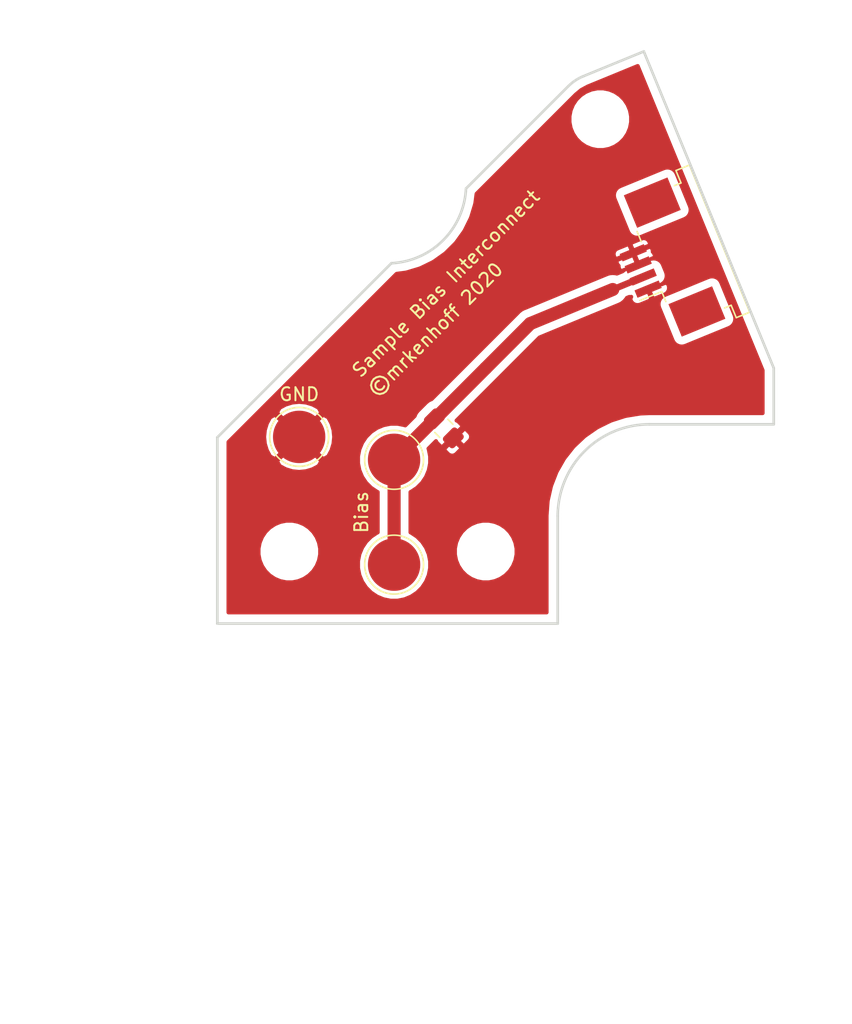
<source format=kicad_pcb>
(kicad_pcb (version 20171130) (host pcbnew 5.1.6)

  (general
    (thickness 1.6)
    (drawings 30)
    (tracks 5)
    (zones 0)
    (modules 8)
    (nets 4)
  )

  (page A4)
  (layers
    (0 F.Cu signal)
    (31 B.Cu signal)
    (32 B.Adhes user)
    (33 F.Adhes user)
    (34 B.Paste user)
    (35 F.Paste user)
    (36 B.SilkS user)
    (37 F.SilkS user)
    (38 B.Mask user)
    (39 F.Mask user)
    (40 Dwgs.User user)
    (41 Cmts.User user)
    (42 Eco1.User user)
    (43 Eco2.User user)
    (44 Edge.Cuts user)
    (45 Margin user)
    (46 B.CrtYd user)
    (47 F.CrtYd user)
    (48 B.Fab user)
    (49 F.Fab user)
  )

  (setup
    (last_trace_width 1)
    (user_trace_width 0.5)
    (user_trace_width 1)
    (trace_clearance 0.2)
    (zone_clearance 0.6)
    (zone_45_only no)
    (trace_min 0.2)
    (via_size 0.8)
    (via_drill 0.4)
    (via_min_size 0.4)
    (via_min_drill 0.3)
    (uvia_size 0.3)
    (uvia_drill 0.1)
    (uvias_allowed no)
    (uvia_min_size 0.2)
    (uvia_min_drill 0.1)
    (edge_width 0.05)
    (segment_width 0.2)
    (pcb_text_width 0.3)
    (pcb_text_size 1.5 1.5)
    (mod_edge_width 0.12)
    (mod_text_size 1 1)
    (mod_text_width 0.15)
    (pad_size 1.15 1.4)
    (pad_drill 0)
    (pad_to_mask_clearance 0.05)
    (aux_axis_origin 142 97)
    (visible_elements FFFFFF7F)
    (pcbplotparams
      (layerselection 0x010a8_7fffffff)
      (usegerberextensions false)
      (usegerberattributes true)
      (usegerberadvancedattributes true)
      (creategerberjobfile true)
      (excludeedgelayer false)
      (linewidth 0.100000)
      (plotframeref false)
      (viasonmask false)
      (mode 1)
      (useauxorigin false)
      (hpglpennumber 1)
      (hpglpenspeed 20)
      (hpglpendiameter 15.000000)
      (psnegative false)
      (psa4output false)
      (plotreference true)
      (plotvalue false)
      (plotinvisibletext false)
      (padsonsilk false)
      (subtractmaskfromsilk false)
      (outputformat 1)
      (mirror false)
      (drillshape 0)
      (scaleselection 1)
      (outputdirectory "gerber"))
  )

  (net 0 "")
  (net 1 "Net-(J1-PadMP)")
  (net 2 /gnd)
  (net 3 /bias)

  (net_class Default "This is the default net class."
    (clearance 0.2)
    (trace_width 0.25)
    (via_dia 0.8)
    (via_drill 0.4)
    (uvia_dia 0.3)
    (uvia_drill 0.1)
    (add_net /bias)
    (add_net /gnd)
    (add_net "Net-(J1-PadMP)")
  )

  (module TestPoint:TestPoint_Pad_D4.0mm (layer F.Cu) (tedit 5A0F774F) (tstamp 5F3B94CD)
    (at 142.75 88.25)
    (descr "SMD pad as test Point, diameter 4.0mm")
    (tags "test point SMD pad")
    (path /5F3B98E1)
    (zone_connect 1)
    (attr virtual)
    (fp_text reference TP3 (at 0 -2.898) (layer F.SilkS) hide
      (effects (font (size 1 1) (thickness 0.15)))
    )
    (fp_text value TestPoint (at 0 3.1) (layer F.Fab)
      (effects (font (size 1 1) (thickness 0.15)))
    )
    (fp_text user %R (at 0 -2.9) (layer F.Fab)
      (effects (font (size 1 1) (thickness 0.15)))
    )
    (fp_circle (center 0 0) (end 2.5 0) (layer F.CrtYd) (width 0.05))
    (fp_circle (center 0 0) (end 0 2.25) (layer F.SilkS) (width 0.12))
    (pad 1 smd circle (at 0 0) (size 4 4) (layers F.Cu F.Mask)
      (net 2 /gnd) (zone_connect 1))
  )

  (module STM_Custom_Lib:3mm-mechanical locked (layer F.Cu) (tedit 5F3B8626) (tstamp 5F3B92F1)
    (at 157 97)
    (fp_text reference REF** (at 0 0.5) (layer F.SilkS) hide
      (effects (font (size 1 1) (thickness 0.15)))
    )
    (fp_text value 3mm-mechanical (at 0 -0.5) (layer F.Fab)
      (effects (font (size 1 1) (thickness 0.15)))
    )
    (pad "" np_thru_hole circle (at 0 0) (size 3.2 3.2) (drill 3.2) (layers *.Cu *.Mask))
  )

  (module STM_Custom_Lib:3mm-mechanical locked (layer F.Cu) (tedit 5F3B8626) (tstamp 5F3B92B3)
    (at 142 97)
    (fp_text reference REF** (at 0 0.5) (layer F.SilkS) hide
      (effects (font (size 1 1) (thickness 0.15)))
    )
    (fp_text value 3mm-mechanical (at 0 -0.5) (layer F.Fab)
      (effects (font (size 1 1) (thickness 0.15)))
    )
    (pad "" np_thru_hole circle (at 0 0) (size 3.2 3.2) (drill 3.2) (layers *.Cu *.Mask))
  )

  (module STM_Custom_Lib:3mm-mechanical locked (layer F.Cu) (tedit 5F3B8626) (tstamp 5F3B9170)
    (at 165.75 64)
    (fp_text reference REF** (at 0 0.5) (layer F.SilkS) hide
      (effects (font (size 1 1) (thickness 0.15)))
    )
    (fp_text value 3mm-mechanical (at 0 -0.5) (layer F.Fab)
      (effects (font (size 1 1) (thickness 0.15)))
    )
    (pad "" np_thru_hole circle (at 0 0) (size 3.2 3.2) (drill 3.2) (layers *.Cu *.Mask))
  )

  (module Resistor_SMD:R_0805_2012Metric_Pad1.15x1.40mm_HandSolder (layer F.Cu) (tedit 5F3AB28E) (tstamp 5F3B1C19)
    (at 153.8 87.6 315)
    (descr "Resistor SMD 0805 (2012 Metric), square (rectangular) end terminal, IPC_7351 nominal with elongated pad for handsoldering. (Body size source: https://docs.google.com/spreadsheets/d/1BsfQQcO9C6DZCsRaXUlFlo91Tg2WpOkGARC1WS5S8t0/edit?usp=sharing), generated with kicad-footprint-generator")
    (tags "resistor handsolder")
    (path /5F3B4A47)
    (attr smd)
    (fp_text reference R1 (at 0 -1.65 135) (layer F.SilkS) hide
      (effects (font (size 1 1) (thickness 0.15)))
    )
    (fp_text value opt (at 0 1.65 135) (layer F.Fab)
      (effects (font (size 1 1) (thickness 0.15)))
    )
    (fp_text user %R (at 0 0 135) (layer F.Fab)
      (effects (font (size 0.5 0.5) (thickness 0.08)))
    )
    (fp_line (start -1 0.6) (end -1 -0.6) (layer F.Fab) (width 0.1))
    (fp_line (start -1 -0.6) (end 1 -0.6) (layer F.Fab) (width 0.1))
    (fp_line (start 1 -0.6) (end 1 0.6) (layer F.Fab) (width 0.1))
    (fp_line (start 1 0.6) (end -1 0.6) (layer F.Fab) (width 0.1))
    (fp_line (start -0.261252 -0.71) (end 0.261252 -0.71) (layer F.SilkS) (width 0.12))
    (fp_line (start -0.261252 0.71) (end 0.261252 0.71) (layer F.SilkS) (width 0.12))
    (fp_line (start -1.85 0.95) (end -1.85 -0.95) (layer F.CrtYd) (width 0.05))
    (fp_line (start -1.85 -0.95) (end 1.85 -0.95) (layer F.CrtYd) (width 0.05))
    (fp_line (start 1.85 -0.95) (end 1.85 0.95) (layer F.CrtYd) (width 0.05))
    (fp_line (start 1.85 0.95) (end -1.85 0.95) (layer F.CrtYd) (width 0.05))
    (pad 2 smd roundrect (at 1.024999 0 315) (size 1.15 1.4) (layers F.Cu F.Paste F.Mask) (roundrect_rratio 0.217)
      (net 2 /gnd) (zone_connect 1) (thermal_width 0.5) (thermal_gap 0.3))
    (pad 1 smd roundrect (at -1.025 0 315) (size 1.15 1.4) (layers F.Cu F.Paste F.Mask) (roundrect_rratio 0.217391)
      (net 3 /bias))
    (model ${KISYS3DMOD}/Resistor_SMD.3dshapes/R_0805_2012Metric.wrl
      (at (xyz 0 0 0))
      (scale (xyz 1 1 1))
      (rotate (xyz 0 0 0))
    )
  )

  (module TestPoint:TestPoint_Pad_D4.0mm (layer F.Cu) (tedit 5A0F774F) (tstamp 5F3B1859)
    (at 150 90)
    (descr "SMD pad as test Point, diameter 4.0mm")
    (tags "test point SMD pad")
    (path /5F3B3928)
    (attr virtual)
    (fp_text reference TP2 (at 0 -2.898) (layer F.SilkS) hide
      (effects (font (size 1 1) (thickness 0.15)))
    )
    (fp_text value TestPoint (at 0 3.1) (layer F.Fab)
      (effects (font (size 1 1) (thickness 0.15)))
    )
    (fp_text user %R (at 0 -2.9) (layer F.Fab)
      (effects (font (size 1 1) (thickness 0.15)))
    )
    (fp_circle (center 0 0) (end 2.5 0) (layer F.CrtYd) (width 0.05))
    (fp_circle (center 0 0) (end 0 2.25) (layer F.SilkS) (width 0.12))
    (pad 1 smd circle (at 0 0) (size 4 4) (layers F.Cu F.Mask)
      (net 3 /bias))
  )

  (module TestPoint:TestPoint_Pad_D4.0mm (layer F.Cu) (tedit 5A0F774F) (tstamp 5F3B151C)
    (at 150 98)
    (descr "SMD pad as test Point, diameter 4.0mm")
    (tags "test point SMD pad")
    (path /5F3B19C0)
    (attr virtual)
    (fp_text reference TP1 (at 0 -2.898) (layer F.SilkS) hide
      (effects (font (size 1 1) (thickness 0.15)))
    )
    (fp_text value TestPoint (at 0 3.1) (layer F.Fab)
      (effects (font (size 1 1) (thickness 0.15)))
    )
    (fp_text user %R (at 0 -2.9) (layer F.Fab)
      (effects (font (size 1 1) (thickness 0.15)))
    )
    (fp_circle (center 0 0) (end 2.5 0) (layer F.CrtYd) (width 0.05))
    (fp_circle (center 0 0) (end 0 2.25) (layer F.SilkS) (width 0.12))
    (pad 1 smd circle (at 0 0) (size 4 4) (layers F.Cu F.Mask)
      (net 3 /bias))
  )

  (module Connector_FFC-FPC:TE_84953-4_1x04-1MP_P1.0mm_Horizontal (layer F.Cu) (tedit 5F3AB114) (tstamp 5F3AAAC3)
    (at 170.5 74.9 112.3)
    (descr "TE FPC connector, 04 top-side contacts, 1.0mm pitch, 1.0mm height, SMT, http://www.te.com/commerce/DocumentDelivery/DDEController?Action=srchrtrv&DocNm=84953&DocType=Customer+Drawing&DocLang=English&DocFormat=pdf&PartCntxt=84953-4")
    (tags "te fpc 84953")
    (path /5F3AB23D)
    (attr smd)
    (fp_text reference J1 (at 0 -4 112.3) (layer F.SilkS) hide
      (effects (font (size 1 1) (thickness 0.15)))
    )
    (fp_text value Conn_01x04_MountingPin (at 0 7.7 112.3) (layer F.Fab)
      (effects (font (size 1 1) (thickness 0.15)))
    )
    (fp_text user %R (at 0 1.9 112.3) (layer F.Fab)
      (effects (font (size 1 1) (thickness 0.15)))
    )
    (fp_line (start -4.935 -0.8) (end 4.935 -0.8) (layer F.Fab) (width 0.1))
    (fp_line (start 4.935 -0.8) (end 4.935 3.71) (layer F.Fab) (width 0.1))
    (fp_line (start 4.935 3.71) (end 5.96 3.71) (layer F.Fab) (width 0.1))
    (fp_line (start 5.96 3.71) (end 5.96 4.6) (layer F.Fab) (width 0.1))
    (fp_line (start 5.96 4.6) (end -5.96 4.6) (layer F.Fab) (width 0.1))
    (fp_line (start -5.96 4.6) (end -5.96 3.71) (layer F.Fab) (width 0.1))
    (fp_line (start -5.96 3.71) (end -4.935 3.71) (layer F.Fab) (width 0.1))
    (fp_line (start -4.935 3.71) (end -4.935 -0.8) (layer F.Fab) (width 0.1))
    (fp_line (start -2 -0.8) (end -1.5 0.2) (layer F.Fab) (width 0.1))
    (fp_line (start -1.5 0.2) (end -1 -0.8) (layer F.Fab) (width 0.1))
    (fp_line (start 4.935 4.6) (end 4.935 5.61) (layer F.Fab) (width 0.1))
    (fp_line (start 4.935 5.61) (end 5.96 5.61) (layer F.Fab) (width 0.1))
    (fp_line (start 5.96 5.61) (end 5.96 6.5) (layer F.Fab) (width 0.1))
    (fp_line (start 5.96 6.5) (end -5.96 6.5) (layer F.Fab) (width 0.1))
    (fp_line (start -5.96 6.5) (end -5.96 5.61) (layer F.Fab) (width 0.1))
    (fp_line (start -5.96 5.61) (end -4.935 5.61) (layer F.Fab) (width 0.1))
    (fp_line (start -4.935 5.61) (end -4.935 4.6) (layer F.Fab) (width 0.1))
    (fp_line (start 5.045 3.06) (end 5.045 3.6) (layer F.SilkS) (width 0.12))
    (fp_line (start 5.045 3.6) (end 6.07 3.6) (layer F.SilkS) (width 0.12))
    (fp_line (start 6.07 3.6) (end 6.07 4.71) (layer F.SilkS) (width 0.12))
    (fp_line (start 6.07 4.71) (end -6.07 4.71) (layer F.SilkS) (width 0.12))
    (fp_line (start -6.07 4.71) (end -6.07 3.6) (layer F.SilkS) (width 0.12))
    (fp_line (start -6.07 3.6) (end -5.045 3.6) (layer F.SilkS) (width 0.12))
    (fp_line (start -5.045 3.6) (end -5.045 3.06) (layer F.SilkS) (width 0.12))
    (fp_line (start -2.89 -0.91) (end -2.065 -0.91) (layer F.SilkS) (width 0.12))
    (fp_line (start -2.065 -0.91) (end -2.065 -2.71) (layer F.SilkS) (width 0.12))
    (fp_line (start 2.065 -0.91) (end 2.89 -0.91) (layer F.SilkS) (width 0.12))
    (fp_line (start -6.46 -3.3) (end -6.46 7) (layer F.CrtYd) (width 0.05))
    (fp_line (start -6.46 7) (end 6.46 7) (layer F.CrtYd) (width 0.05))
    (fp_line (start 6.46 7) (end 6.46 -3.3) (layer F.CrtYd) (width 0.05))
    (fp_line (start 6.46 -3.3) (end -6.46 -3.3) (layer F.CrtYd) (width 0.05))
    (pad MP smd rect (at 4.49 1 112.3) (size 2.68 3.6) (layers F.Cu F.Paste F.Mask)
      (net 1 "Net-(J1-PadMP)"))
    (pad MP smd rect (at -4.49 1 112.3) (size 2.68 3.6) (layers F.Cu F.Paste F.Mask)
      (net 1 "Net-(J1-PadMP)"))
    (pad 4 smd rect (at 1.5 -1.8 112.3) (size 0.61 2) (layers F.Cu F.Paste F.Mask)
      (net 2 /gnd) (zone_connect 1) (thermal_width 0.4) (thermal_gap 0.3))
    (pad 3 smd rect (at 0.5 -1.8 112.3) (size 0.61 2) (layers F.Cu F.Paste F.Mask)
      (net 2 /gnd) (zone_connect 1) (thermal_width 0.4) (thermal_gap 0.3))
    (pad 2 smd rect (at -0.5 -1.8 112.3) (size 0.61 2) (layers F.Cu F.Paste F.Mask)
      (net 3 /bias))
    (pad 1 smd rect (at -1.5 -1.8 112.3) (size 0.61 2) (layers F.Cu F.Paste F.Mask)
      (net 2 /gnd) (zone_connect 1) (thermal_width 0.4) (thermal_gap 0.4))
    (model ${KISYS3DMOD}/Connector_FFC-FPC.3dshapes/TE_84953-4_1x04-1MP_P1.0mm_Horizontal.wrl
      (at (xyz 0 0 0))
      (scale (xyz 1 1 1))
      (rotate (xyz 0 0 0))
    )
  )

  (gr_text GND (at 142.75 85) (layer F.SilkS)
    (effects (font (size 1 1) (thickness 0.15)))
  )
  (gr_text Bias (at 147.5 94 90) (layer F.SilkS)
    (effects (font (size 1 1) (thickness 0.15)))
  )
  (gr_circle (center 142 97) (end 144.610077 97) (layer F.Mask) (width 2.5) (tstamp 5F3B9342))
  (gr_circle (center 157 97) (end 159.610077 97) (layer F.Mask) (width 2.5) (tstamp 5F3B933E))
  (gr_circle (center 165.75 64) (end 168.360077 64) (layer F.Mask) (width 2.5))
  (gr_text "©mrkenhoff 2020" (at 148.25 85 45) (layer F.SilkS) (tstamp 5F3B1F02)
    (effects (font (size 1 1) (thickness 0.15)) (justify left))
  )
  (gr_text "Sample Bias Interconnect" (at 147 83.5 45) (layer F.SilkS) (tstamp 5F3B208A)
    (effects (font (size 1 1) (thickness 0.15)) (justify left))
  )
  (gr_line (start 169.0709 58.8248) (end 179 83) (layer Edge.Cuts) (width 0.2))
  (gr_line (start 136.5 88.2877) (end 149.79496 74.992746) (layer Edge.Cuts) (width 0.2))
  (gr_line (start 155.492746 69.294963) (end 163.300626 61.487027) (layer Edge.Cuts) (width 0.2))
  (gr_line (start 179 87.2901) (end 169.5 87.2901) (layer Edge.Cuts) (width 0.2))
  (gr_line (start 179 83) (end 179 87.2901) (layer Edge.Cuts) (width 0.2))
  (gr_arc (start 169.5 94.2901) (end 169.5 87.2901) (angle -90) (layer Edge.Cuts) (width 0.2))
  (gr_arc (start 165.7755 63.9619) (end 164.445764 60.724339) (angle -22.671) (layer Edge.Cuts) (width 0.2))
  (gr_line (start 136.5 102.5) (end 136.5 88.2877) (layer Edge.Cuts) (width 0.2))
  (gr_line (start 169.0709 58.8248) (end 164.445764 60.724339) (layer Edge.Cuts) (width 0.2))
  (gr_line (start 162.5 94.2901) (end 162.5 102.5) (layer Edge.Cuts) (width 0.2))
  (gr_line (start 162.5 102.5) (end 136.5 102.5) (layer Edge.Cuts) (width 0.2))
  (gr_arc (start 149.5 69) (end 149.79496 74.992746) (angle -84.36438) (layer Edge.Cuts) (width 0.2))
  (gr_line (start 120 83) (end 131.5 55) (layer Dwgs.User) (width 0.2))
  (gr_circle (center 129.5 94.2901) (end 135 94.2901) (layer Dwgs.User) (width 0.2))
  (gr_line (start 179 133) (end 120 133) (layer Dwgs.User) (width 0.2))
  (gr_circle (center 169.5 94.2901) (end 175 94.2901) (layer Dwgs.User) (width 0.2))
  (gr_line (start 167.5 55) (end 179 83) (layer Dwgs.User) (width 0.2))
  (gr_circle (center 149.5 69) (end 154.75 69) (layer Dwgs.User) (width 0.2))
  (gr_line (start 131.5 55) (end 167.5 55) (layer Dwgs.User) (width 0.2))
  (gr_line (start 120 133) (end 120 83) (layer Dwgs.User) (width 0.2))
  (gr_line (start 179 83) (end 179 133) (layer Dwgs.User) (width 0.2))
  (gr_circle (center 127.5257 77.8372) (end 128.7757 77.8372) (layer Dwgs.User) (width 0.2))
  (gr_circle (center 133.2245 63.9619) (end 134.4745 63.9619) (layer Dwgs.User) (width 0.2))

  (segment (start 150 98) (end 150 90) (width 1) (layer F.Cu) (net 3))
  (segment (start 157 83) (end 160.4 79.6) (width 1) (layer F.Cu) (net 3))
  (segment (start 150 90) (end 157 83) (width 1) (layer F.Cu) (net 3))
  (segment (start 160.4 79.6) (end 166.7 77) (width 1) (layer F.Cu) (net 3))
  (segment (start 169.024351 76.045626) (end 166.7 77) (width 0.5) (layer F.Cu) (net 3))

  (zone (net 2) (net_name /gnd) (layer F.Cu) (tstamp 5F3B955F) (hatch edge 0.508)
    (connect_pads yes (clearance 0.6))
    (min_thickness 0.3)
    (fill yes (arc_segments 32) (thermal_gap 0.508) (thermal_bridge_width 0.508))
    (polygon
      (pts
        (xy 185 105) (xy 135 105) (xy 135 55) (xy 185 55)
      )
    )
    (filled_polygon
      (pts
        (xy 178.15 83.167755) (xy 178.150001 86.4401) (xy 169.458251 86.4401) (xy 169.439777 86.44192) (xy 168.852834 86.467546)
        (xy 168.814165 86.472123) (xy 168.775286 86.474501) (xy 168.753279 86.47779) (xy 167.72925 86.644564) (xy 167.678802 86.656676)
        (xy 167.628027 86.667468) (xy 167.606747 86.673975) (xy 166.61862 86.990277) (xy 166.570555 87.009697) (xy 166.521892 87.027891)
        (xy 166.501808 87.037471) (xy 165.571286 87.496354) (xy 165.52658 87.522688) (xy 165.481181 87.547853) (xy 165.462734 87.560296)
        (xy 164.61026 88.151678) (xy 164.569937 88.184331) (xy 164.528757 88.21593) (xy 164.512351 88.230963) (xy 163.756653 88.941854)
        (xy 163.721595 88.980114) (xy 163.685543 89.017446) (xy 163.67154 89.034739) (xy 163.029218 89.84952) (xy 163.000218 89.892514)
        (xy 162.970061 89.934793) (xy 162.958768 89.953966) (xy 162.443934 90.854738) (xy 162.421603 90.901557) (xy 162.398032 90.947818)
        (xy 162.389696 90.96845) (xy 162.01366 91.935426) (xy 161.998493 91.985036) (xy 161.98202 92.034268) (xy 161.976826 92.055905)
        (xy 161.747848 93.067841) (xy 161.740183 93.11913) (xy 161.731165 93.170274) (xy 161.729226 93.192442) (xy 161.653089 94.216994)
        (xy 161.65 94.248352) (xy 161.650001 101.65) (xy 137.35 101.65) (xy 137.35 96.768545) (xy 139.65 96.768545)
        (xy 139.65 97.231455) (xy 139.740309 97.68547) (xy 139.917457 98.113143) (xy 140.174636 98.498038) (xy 140.501962 98.825364)
        (xy 140.886857 99.082543) (xy 141.31453 99.259691) (xy 141.768545 99.35) (xy 142.231455 99.35) (xy 142.68547 99.259691)
        (xy 143.113143 99.082543) (xy 143.498038 98.825364) (xy 143.825364 98.498038) (xy 144.082543 98.113143) (xy 144.259691 97.68547)
        (xy 144.35 97.231455) (xy 144.35 96.768545) (xy 144.259691 96.31453) (xy 144.082543 95.886857) (xy 143.825364 95.501962)
        (xy 143.498038 95.174636) (xy 143.113143 94.917457) (xy 142.68547 94.740309) (xy 142.231455 94.65) (xy 141.768545 94.65)
        (xy 141.31453 94.740309) (xy 140.886857 94.917457) (xy 140.501962 95.174636) (xy 140.174636 95.501962) (xy 139.917457 95.886857)
        (xy 139.740309 96.31453) (xy 139.65 96.768545) (xy 137.35 96.768545) (xy 137.35 90.094277) (xy 141.052801 90.094277)
        (xy 141.265436 90.470262) (xy 141.727113 90.717225) (xy 142.228099 90.869373) (xy 142.749142 90.92086) (xy 143.270218 90.869708)
        (xy 143.771301 90.717882) (xy 144.233137 90.471216) (xy 144.234564 90.470262) (xy 144.447199 90.094277) (xy 142.75 88.397078)
        (xy 141.052801 90.094277) (xy 137.35 90.094277) (xy 137.35 88.639779) (xy 137.740635 88.249142) (xy 140.07914 88.249142)
        (xy 140.130292 88.770218) (xy 140.282118 89.271301) (xy 140.528784 89.733137) (xy 140.529738 89.734564) (xy 140.905723 89.947199)
        (xy 142.602922 88.25) (xy 142.897078 88.25) (xy 144.594277 89.947199) (xy 144.970262 89.734564) (xy 144.973158 89.729149)
        (xy 147.25 89.729149) (xy 147.25 90.270851) (xy 147.355681 90.802145) (xy 147.562982 91.302613) (xy 147.863936 91.753023)
        (xy 148.246977 92.136064) (xy 148.697387 92.437018) (xy 148.750001 92.458811) (xy 148.75 95.541189) (xy 148.697387 95.562982)
        (xy 148.246977 95.863936) (xy 147.863936 96.246977) (xy 147.562982 96.697387) (xy 147.355681 97.197855) (xy 147.25 97.729149)
        (xy 147.25 98.270851) (xy 147.355681 98.802145) (xy 147.562982 99.302613) (xy 147.863936 99.753023) (xy 148.246977 100.136064)
        (xy 148.697387 100.437018) (xy 149.197855 100.644319) (xy 149.729149 100.75) (xy 150.270851 100.75) (xy 150.802145 100.644319)
        (xy 151.302613 100.437018) (xy 151.753023 100.136064) (xy 152.136064 99.753023) (xy 152.437018 99.302613) (xy 152.644319 98.802145)
        (xy 152.75 98.270851) (xy 152.75 97.729149) (xy 152.644319 97.197855) (xy 152.466493 96.768545) (xy 154.65 96.768545)
        (xy 154.65 97.231455) (xy 154.740309 97.68547) (xy 154.917457 98.113143) (xy 155.174636 98.498038) (xy 155.501962 98.825364)
        (xy 155.886857 99.082543) (xy 156.31453 99.259691) (xy 156.768545 99.35) (xy 157.231455 99.35) (xy 157.68547 99.259691)
        (xy 158.113143 99.082543) (xy 158.498038 98.825364) (xy 158.825364 98.498038) (xy 159.082543 98.113143) (xy 159.259691 97.68547)
        (xy 159.35 97.231455) (xy 159.35 96.768545) (xy 159.259691 96.31453) (xy 159.082543 95.886857) (xy 158.825364 95.501962)
        (xy 158.498038 95.174636) (xy 158.113143 94.917457) (xy 157.68547 94.740309) (xy 157.231455 94.65) (xy 156.768545 94.65)
        (xy 156.31453 94.740309) (xy 155.886857 94.917457) (xy 155.501962 95.174636) (xy 155.174636 95.501962) (xy 154.917457 95.886857)
        (xy 154.740309 96.31453) (xy 154.65 96.768545) (xy 152.466493 96.768545) (xy 152.437018 96.697387) (xy 152.136064 96.246977)
        (xy 151.753023 95.863936) (xy 151.302613 95.562982) (xy 151.25 95.541189) (xy 151.25 92.458811) (xy 151.302613 92.437018)
        (xy 151.753023 92.136064) (xy 152.136064 91.753023) (xy 152.437018 91.302613) (xy 152.644319 90.802145) (xy 152.75 90.270851)
        (xy 152.75 89.729149) (xy 152.644319 89.197855) (xy 152.622525 89.145241) (xy 152.638648 89.129118) (xy 153.861871 89.129118)
        (xy 153.861871 89.288217) (xy 154.116658 89.546083) (xy 154.185179 89.602317) (xy 154.263355 89.644102) (xy 154.348181 89.669833)
        (xy 154.436396 89.678522) (xy 154.524611 89.669833) (xy 154.609436 89.644102) (xy 154.687612 89.602317) (xy 154.756133 89.546083)
        (xy 155.099308 89.199829) (xy 155.099308 89.04073) (xy 154.524784 88.466205) (xy 153.861871 89.129118) (xy 152.638648 89.129118)
        (xy 153.199901 88.567866) (xy 153.205466 88.586213) (xy 153.247251 88.664389) (xy 153.303485 88.73291) (xy 153.561351 88.987697)
        (xy 153.72045 88.987697) (xy 154.383363 88.324784) (xy 154.666205 88.324784) (xy 155.24073 88.899308) (xy 155.399829 88.899308)
        (xy 155.746083 88.556133) (xy 155.802317 88.487612) (xy 155.844102 88.409436) (xy 155.869833 88.324611) (xy 155.878522 88.236396)
        (xy 155.869833 88.148181) (xy 155.844102 88.063355) (xy 155.802317 87.985179) (xy 155.746083 87.916658) (xy 155.488217 87.661871)
        (xy 155.329118 87.661871) (xy 154.666205 88.324784) (xy 154.383363 88.324784) (xy 154.369221 88.310642) (xy 154.510642 88.169221)
        (xy 154.524784 88.183363) (xy 155.187697 87.52045) (xy 155.187697 87.361351) (xy 154.93291 87.103485) (xy 154.864389 87.047251)
        (xy 154.786213 87.005466) (xy 154.767866 86.999901) (xy 157.927303 83.840464) (xy 157.927307 83.840459) (xy 161.107475 80.660292)
        (xy 167.233621 78.132043) (xy 167.396471 78.045268) (xy 167.58701 77.889309) (xy 167.743462 77.699174) (xy 167.775504 77.639413)
        (xy 167.969967 77.559567) (xy 167.988706 77.605255) (xy 168.11592 77.553081) (xy 168.04088 77.73247) (xy 168.083004 77.842192)
        (xy 168.133741 77.937917) (xy 168.202179 78.021905) (xy 168.285687 78.090927) (xy 168.381056 78.142332) (xy 168.484621 78.174143)
        (xy 168.592402 78.185139) (xy 168.700257 78.174896) (xy 168.804042 78.143808) (xy 168.872802 78.115344) (xy 170.201496 78.115344)
        (xy 170.215463 78.26242) (xy 170.257855 78.403944) (xy 171.274798 80.883506) (xy 171.343986 81.01404) (xy 171.43731 81.128569)
        (xy 171.551184 81.22269) (xy 171.681232 81.292788) (xy 171.822457 81.336167) (xy 171.969431 81.35116) (xy 172.116506 81.337193)
        (xy 172.258031 81.294801) (xy 175.588786 79.928759) (xy 175.719321 79.859571) (xy 175.833849 79.766247) (xy 175.927971 79.652373)
        (xy 175.998068 79.522324) (xy 176.041447 79.3811) (xy 176.05644 79.234126) (xy 176.042473 79.08705) (xy 176.000081 78.945526)
        (xy 174.983138 76.465964) (xy 174.91395 76.33543) (xy 174.820626 76.220901) (xy 174.706752 76.12678) (xy 174.576704 76.056682)
        (xy 174.435479 76.013303) (xy 174.288505 75.99831) (xy 174.14143 76.012277) (xy 173.999905 76.054669) (xy 170.66915 77.420711)
        (xy 170.538615 77.489899) (xy 170.424087 77.583223) (xy 170.329965 77.697097) (xy 170.259868 77.827146) (xy 170.216489 77.96837)
        (xy 170.201496 78.115344) (xy 168.872802 78.115344) (xy 169.554765 77.833038) (xy 169.629806 77.653647) (xy 169.379793 77.044052)
        (xy 169.472314 77.006106) (xy 169.722327 77.615701) (xy 169.901719 77.690742) (xy 170.654461 77.384896) (xy 170.750187 77.334159)
        (xy 170.834174 77.265721) (xy 170.903197 77.182213) (xy 170.954601 77.086844) (xy 170.986413 76.983279) (xy 170.997408 76.875498)
        (xy 170.987166 76.767643) (xy 170.956078 76.663858) (xy 170.90903 76.556156) (xy 170.729639 76.481115) (xy 170.429038 76.6044)
        (xy 170.481798 76.576436) (xy 170.596327 76.483112) (xy 170.665606 76.399293) (xy 170.691693 76.388594) (xy 170.732167 76.291838)
        (xy 170.760545 76.239189) (xy 170.803924 76.097964) (xy 170.818918 75.95099) (xy 170.804951 75.803915) (xy 170.762559 75.662391)
        (xy 170.531091 75.098013) (xy 170.461904 74.967478) (xy 170.36858 74.852949) (xy 170.254705 74.758828) (xy 170.124657 74.688731)
        (xy 169.983432 74.645352) (xy 169.836458 74.630358) (xy 169.689383 74.644325) (xy 169.632174 74.661461) (xy 169.863389 74.566633)
        (xy 169.924786 74.419858) (xy 169.872728 74.28719) (xy 169.831216 74.208869) (xy 169.775221 74.140151) (xy 169.756029 74.124288)
        (xy 169.758556 74.099519) (xy 169.750176 74.011273) (xy 169.72474 73.926358) (xy 169.668654 73.795342) (xy 169.521879 73.733945)
        (xy 168.330671 74.222495) (xy 168.550638 74.758828) (xy 168.668908 75.0472) (xy 168.576387 75.085146) (xy 168.354833 74.544942)
        (xy 168.23815 74.26044) (xy 167.046943 74.74899) (xy 166.985546 74.895765) (xy 167.037604 75.028433) (xy 167.079116 75.106754)
        (xy 167.135111 75.175472) (xy 167.154303 75.191335) (xy 167.151776 75.216104) (xy 167.160156 75.30435) (xy 167.185592 75.389265)
        (xy 167.241678 75.520281) (xy 167.388453 75.581678) (xy 167.619665 75.486851) (xy 167.566904 75.514816) (xy 167.452375 75.60814)
        (xy 167.449969 75.611051) (xy 167.015572 75.789414) (xy 166.946636 75.768405) (xy 166.701625 75.743953) (xy 166.456552 75.767771)
        (xy 166.279901 75.821108) (xy 159.979157 78.421415) (xy 159.919331 78.439563) (xy 159.811089 78.49742) (xy 159.70353 78.554733)
        (xy 159.7029 78.555248) (xy 159.702177 78.555635) (xy 159.607289 78.633507) (xy 159.51299 78.710692) (xy 159.473272 78.758961)
        (xy 156.159541 82.072693) (xy 156.159536 82.072697) (xy 152.855215 85.377019) (xy 152.779533 85.399977) (xy 152.606019 85.492722)
        (xy 152.453933 85.617536) (xy 151.817536 86.253933) (xy 151.692722 86.406019) (xy 151.599977 86.579533) (xy 151.577019 86.655215)
        (xy 150.854759 87.377475) (xy 150.802145 87.355681) (xy 150.270851 87.25) (xy 149.729149 87.25) (xy 149.197855 87.355681)
        (xy 148.697387 87.562982) (xy 148.246977 87.863936) (xy 147.863936 88.246977) (xy 147.562982 88.697387) (xy 147.355681 89.197855)
        (xy 147.25 89.729149) (xy 144.973158 89.729149) (xy 145.217225 89.272887) (xy 145.369373 88.771901) (xy 145.42086 88.250858)
        (xy 145.369708 87.729782) (xy 145.217882 87.228699) (xy 144.971216 86.766863) (xy 144.970262 86.765436) (xy 144.594277 86.552801)
        (xy 142.897078 88.25) (xy 142.602922 88.25) (xy 140.905723 86.552801) (xy 140.529738 86.765436) (xy 140.282775 87.227113)
        (xy 140.130627 87.728099) (xy 140.07914 88.249142) (xy 137.740635 88.249142) (xy 139.584049 86.405723) (xy 141.052801 86.405723)
        (xy 142.75 88.102922) (xy 144.447199 86.405723) (xy 144.234564 86.029738) (xy 143.772887 85.782775) (xy 143.271901 85.630627)
        (xy 142.750858 85.57914) (xy 142.229782 85.630292) (xy 141.728699 85.782118) (xy 141.266863 86.028784) (xy 141.265436 86.029738)
        (xy 141.052801 86.405723) (xy 139.584049 86.405723) (xy 150.19134 75.798404) (xy 150.85512 75.712194) (xy 150.912247 75.699947)
        (xy 150.969681 75.689217) (xy 150.989647 75.683499) (xy 151.931526 75.401241) (xy 151.986744 75.379621) (xy 152.04247 75.359358)
        (xy 152.061234 75.350456) (xy 152.944365 74.918155) (xy 152.995325 74.887798) (xy 153.046978 74.858714) (xy 153.064036 74.846867)
        (xy 153.843993 74.290895) (xy 166.77232 74.290895) (xy 166.7807 74.379141) (xy 166.806136 74.464056) (xy 166.862222 74.595072)
        (xy 167.008997 74.656469) (xy 168.200205 74.167919) (xy 167.975377 73.619733) (xy 167.884666 73.581787) (xy 168.067898 73.581787)
        (xy 168.292726 74.129974) (xy 169.483933 73.641424) (xy 169.54533 73.494649) (xy 169.493272 73.361981) (xy 169.45176 73.28366)
        (xy 169.395765 73.214942) (xy 169.32744 73.15847) (xy 169.249411 73.116412) (xy 169.164677 73.090384) (xy 169.076492 73.081388)
        (xy 168.988246 73.089768) (xy 168.903332 73.115203) (xy 168.129295 73.435012) (xy 168.067898 73.581787) (xy 167.884666 73.581787)
        (xy 167.828602 73.558335) (xy 167.052913 73.874116) (xy 166.974592 73.915628) (xy 166.905874 73.971623) (xy 166.849402 74.039948)
        (xy 166.807344 74.117977) (xy 166.781317 74.202711) (xy 166.77232 74.290895) (xy 153.843993 74.290895) (xy 153.864703 74.276133)
        (xy 153.910013 74.237867) (xy 153.956231 74.200731) (xy 153.971125 74.186256) (xy 154.667824 73.492416) (xy 154.70628 73.447259)
        (xy 154.745806 73.403079) (xy 154.758136 73.386366) (xy 155.332159 72.588054) (xy 155.362714 72.537238) (xy 155.394505 72.487178)
        (xy 155.403936 72.468683) (xy 155.403939 72.468677) (xy 155.403941 72.468672) (xy 155.839868 71.587331) (xy 155.861714 71.532204)
        (xy 155.8849 71.477627) (xy 155.891187 71.457833) (xy 156.177316 70.517123) (xy 156.189867 70.45916) (xy 156.203826 70.401538)
        (xy 156.206795 70.380983) (xy 156.282548 69.806961) (xy 166.79398 69.806961) (xy 166.807947 69.954037) (xy 166.850339 70.095561)
        (xy 167.867282 72.575123) (xy 167.93647 72.705657) (xy 168.029794 72.820186) (xy 168.143668 72.914307) (xy 168.273716 72.984405)
        (xy 168.414941 73.027784) (xy 168.561915 73.042777) (xy 168.70899 73.02881) (xy 168.850515 72.986418) (xy 172.18127 71.620376)
        (xy 172.311805 71.551188) (xy 172.426333 71.457864) (xy 172.520455 71.34399) (xy 172.590552 71.213941) (xy 172.633931 71.072717)
        (xy 172.648924 70.925743) (xy 172.634957 70.778667) (xy 172.592565 70.637143) (xy 171.575622 68.157581) (xy 171.506434 68.027047)
        (xy 171.41311 67.912518) (xy 171.299236 67.818397) (xy 171.169188 67.748299) (xy 171.027963 67.70492) (xy 170.880989 67.689927)
        (xy 170.733914 67.703894) (xy 170.592389 67.746286) (xy 167.261634 69.112328) (xy 167.131099 69.181516) (xy 167.016571 69.27484)
        (xy 166.922449 69.388714) (xy 166.852352 69.518763) (xy 166.808973 69.659987) (xy 166.79398 69.806961) (xy 156.282548 69.806961)
        (xy 156.297703 69.692125) (xy 162.221247 63.768545) (xy 163.4 63.768545) (xy 163.4 64.231455) (xy 163.490309 64.68547)
        (xy 163.667457 65.113143) (xy 163.924636 65.498038) (xy 164.251962 65.825364) (xy 164.636857 66.082543) (xy 165.06453 66.259691)
        (xy 165.518545 66.35) (xy 165.981455 66.35) (xy 166.43547 66.259691) (xy 166.863143 66.082543) (xy 167.248038 65.825364)
        (xy 167.575364 65.498038) (xy 167.832543 65.113143) (xy 168.009691 64.68547) (xy 168.1 64.231455) (xy 168.1 63.768545)
        (xy 168.009691 63.31453) (xy 167.832543 62.886857) (xy 167.575364 62.501962) (xy 167.248038 62.174636) (xy 166.863143 61.917457)
        (xy 166.43547 61.740309) (xy 165.981455 61.65) (xy 165.518545 61.65) (xy 165.06453 61.740309) (xy 164.636857 61.917457)
        (xy 164.251962 62.174636) (xy 163.924636 62.501962) (xy 163.667457 62.886857) (xy 163.490309 63.31453) (xy 163.4 63.768545)
        (xy 162.221247 63.768545) (xy 163.872536 62.117246) (xy 164.303585 61.763178) (xy 164.793463 61.500508) (xy 168.607565 59.933999)
      )
    )
  )
)

</source>
